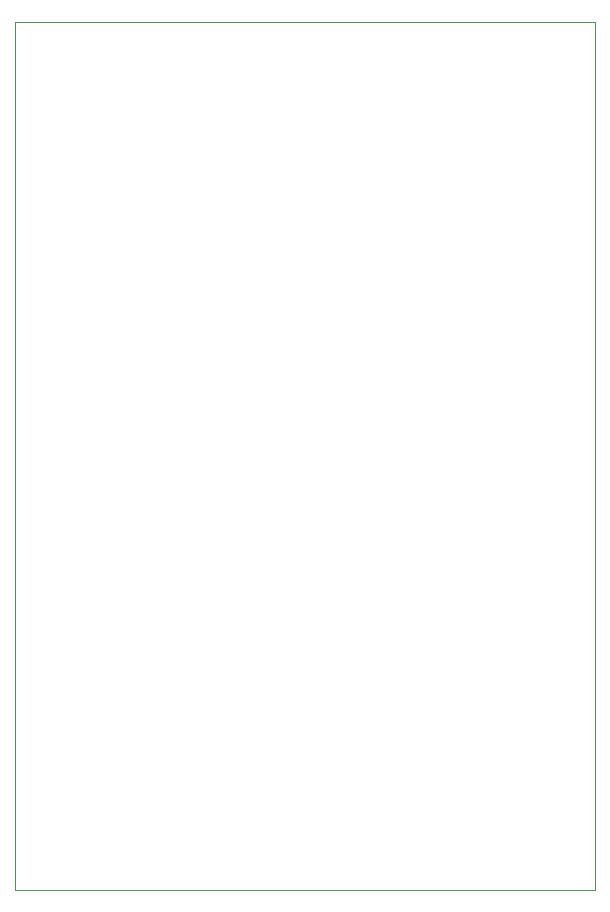
<source format=gbr>
%TF.GenerationSoftware,KiCad,Pcbnew,9.0.0*%
%TF.CreationDate,2025-03-15T13:55:50+00:00*%
%TF.ProjectId,LEDStrip,4c454453-7472-4697-902e-6b696361645f,rev?*%
%TF.SameCoordinates,Original*%
%TF.FileFunction,Profile,NP*%
%FSLAX46Y46*%
G04 Gerber Fmt 4.6, Leading zero omitted, Abs format (unit mm)*
G04 Created by KiCad (PCBNEW 9.0.0) date 2025-03-15 13:55:50*
%MOMM*%
%LPD*%
G01*
G04 APERTURE LIST*
%TA.AperFunction,Profile*%
%ADD10C,0.050000*%
%TD*%
G04 APERTURE END LIST*
D10*
X125122500Y-56850000D02*
X174277500Y-56850000D01*
X174277500Y-130330000D01*
X125122500Y-130330000D01*
X125122500Y-56850000D01*
M02*

</source>
